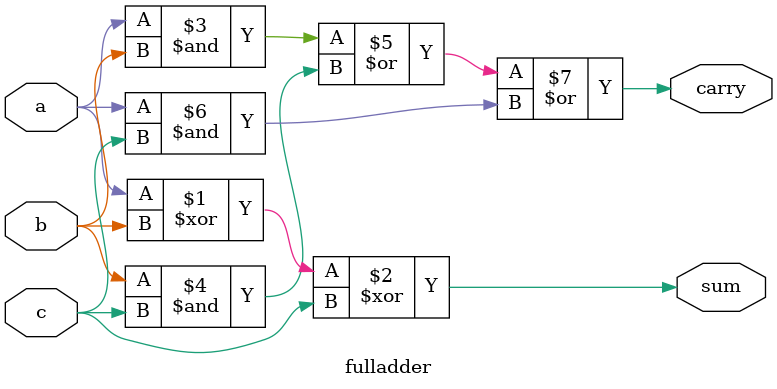
<source format=v>
module fulladder(a,b,c,sum,carry);

input a,b,c;
output sum,carry;

assign sum = a ^ b ^ c;
assign carry = (a & b)|(b & c)|(a & c);

endmodule

</source>
